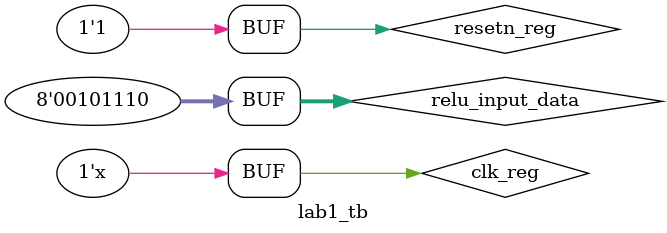
<source format=v>
`timescale 1ns/10ps

module lab1_tb
();
    localparam CLOCK_PERIOD = 10;
    localparam COUNTER_THRESHOLD = 6;

    reg  clk_reg;
    reg  resetn_reg;
    wire out_en;
    reg  [7:0] relu_input_data;
    wire [7:0] relu_output_data;

    always #(CLOCK_PERIOD / 2) clk_reg = ~clk_reg;

    initial begin
    clk_reg = 0;
    resetn_reg = 0;
    relu_input_data = 8'b10011010;
    #100 resetn_reg = 1;
    #2200 relu_input_data = 8'b00101110;
    end

counter#(
    .THRESHOLD(COUNTER_THRESHOLD)
)
u_counter(
    .clk   (clk_reg   ),
    .rst_n (resetn_reg),
    .out_en(out_en)
);

ReLU u_relu(
    .clk             (clk_reg     ),
    .rst_n           (resetn_reg  ),
    .out_en          (out_en      ),
    .input_data      (relu_input_data ),
    .output_data     (relu_output_data)
);


endmodule
</source>
